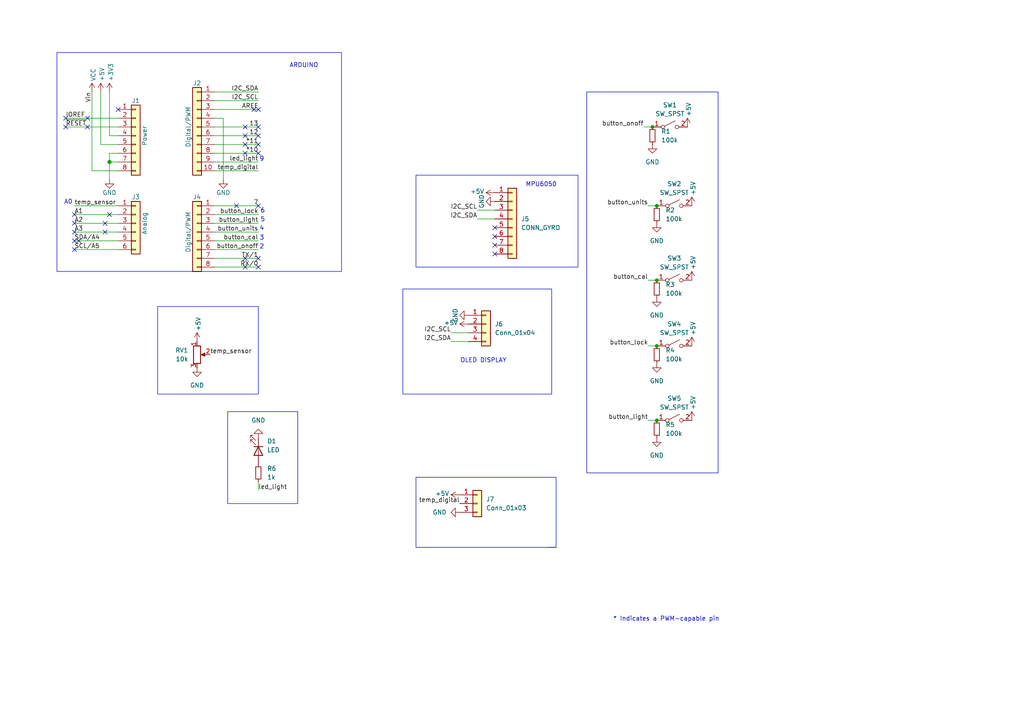
<source format=kicad_sch>
(kicad_sch (version 20231120) (generator "eeschema") (generator_version "8.0")
  (paper "A4")
  (title_block (title "Thermometer whatchamacallit") (date "2025-01-27") (rev "1.0") (company "ham :)"))
  (lib_symbols
    (symbol "Connector_Generic:Conn_01x03" (pin_names (offset 1.016) hide)
      (property "Reference" "J" (at 0 5.08 0))
      (property "Value" "Conn_01x03" (at 0 -5.08 0))
      (symbol "Conn_01x03_1_1"
        (rectangle (start -1.27 -2.413) (end 0 -2.667) (stroke (width 0.1524)))
        (rectangle (start -1.27 0.127) (end 0 -0.127) (stroke (width 0.1524)))
        (rectangle (start -1.27 2.667) (end 0 2.413) (stroke (width 0.1524)))
        (rectangle (start -1.27 3.81) (end 1.27 -3.81) (stroke (width 0.254)) (fill (type background)))
        (pin passive line (at -5.08 2.54 0) (length 3.81) (name "Pin_1") (number "1"))
        (pin passive line (at -5.08 0 0) (length 3.81) (name "Pin_2") (number "2"))
        (pin passive line (at -5.08 -2.54 0) (length 3.81) (name "Pin_3") (number "3"))
      )
    )
    (symbol "Connector_Generic:Conn_01x04" (pin_names (offset 1.016) hide)
      (property "Reference" "J" (at 0 5.08 0))
      (property "Value" "Conn_01x04" (at 0 -7.62 0))
      (symbol "Conn_01x04_1_1"
        (rectangle (start -1.27 -4.953) (end 0 -5.207) (stroke (width 0.1524)))
        (rectangle (start -1.27 -2.413) (end 0 -2.667) (stroke (width 0.1524)))
        (rectangle (start -1.27 0.127) (end 0 -0.127) (stroke (width 0.1524)))
        (rectangle (start -1.27 2.667) (end 0 2.413) (stroke (width 0.1524)))
        (rectangle (start -1.27 3.81) (end 1.27 -6.35) (stroke (width 0.254)) (fill (type background)))
        (pin passive line (at -5.08 2.54 0) (length 3.81) (name "Pin_1") (number "1"))
        (pin passive line (at -5.08 0 0) (length 3.81) (name "Pin_2") (number "2"))
        (pin passive line (at -5.08 -2.54 0) (length 3.81) (name "Pin_3") (number "3"))
        (pin passive line (at -5.08 -5.08 0) (length 3.81) (name "Pin_4") (number "4"))
      )
    )
    (symbol "Connector_Generic:Conn_01x06" (pin_names (offset 1.016) hide)
      (property "Reference" "J" (at 0 7.62 0))
      (property "Value" "Conn_01x06" (at 0 -10.16 0))
      (symbol "Conn_01x06_1_1"
        (rectangle (start -1.27 -7.493) (end 0 -7.747) (stroke (width 0.1524)))
        (rectangle (start -1.27 -4.953) (end 0 -5.207) (stroke (width 0.1524)))
        (rectangle (start -1.27 -2.413) (end 0 -2.667) (stroke (width 0.1524)))
        (rectangle (start -1.27 0.127) (end 0 -0.127) (stroke (width 0.1524)))
        (rectangle (start -1.27 2.667) (end 0 2.413) (stroke (width 0.1524)))
        (rectangle (start -1.27 5.207) (end 0 4.953) (stroke (width 0.1524)))
        (rectangle (start -1.27 6.35) (end 1.27 -8.89) (stroke (width 0.254)) (fill (type background)))
        (pin passive line (at -5.08 5.08 0) (length 3.81) (name "Pin_1") (number "1"))
        (pin passive line (at -5.08 2.54 0) (length 3.81) (name "Pin_2") (number "2"))
        (pin passive line (at -5.08 0 0) (length 3.81) (name "Pin_3") (number "3"))
        (pin passive line (at -5.08 -2.54 0) (length 3.81) (name "Pin_4") (number "4"))
        (pin passive line (at -5.08 -5.08 0) (length 3.81) (name "Pin_5") (number "5"))
        (pin passive line (at -5.08 -7.62 0) (length 3.81) (name "Pin_6") (number "6"))
      )
    )
    (symbol "Connector_Generic:Conn_01x08" (pin_names (offset 1.016) hide)
      (property "Reference" "J" (at 0 10.16 0))
      (property "Value" "Conn_01x08" (at 0 -12.7 0))
      (symbol "Conn_01x08_1_1"
        (rectangle (start -1.27 -10.033) (end 0 -10.287) (stroke (width 0.1524)))
        (rectangle (start -1.27 -7.493) (end 0 -7.747) (stroke (width 0.1524)))
        (rectangle (start -1.27 -4.953) (end 0 -5.207) (stroke (width 0.1524)))
        (rectangle (start -1.27 -2.413) (end 0 -2.667) (stroke (width 0.1524)))
        (rectangle (start -1.27 0.127) (end 0 -0.127) (stroke (width 0.1524)))
        (rectangle (start -1.27 2.667) (end 0 2.413) (stroke (width 0.1524)))
        (rectangle (start -1.27 5.207) (end 0 4.953) (stroke (width 0.1524)))
        (rectangle (start -1.27 7.747) (end 0 7.493) (stroke (width 0.1524)))
        (rectangle (start -1.27 8.89) (end 1.27 -11.43) (stroke (width 0.254)) (fill (type background)))
        (pin passive line (at -5.08 7.62 0) (length 3.81) (name "Pin_1") (number "1"))
        (pin passive line (at -5.08 5.08 0) (length 3.81) (name "Pin_2") (number "2"))
        (pin passive line (at -5.08 2.54 0) (length 3.81) (name "Pin_3") (number "3"))
        (pin passive line (at -5.08 0 0) (length 3.81) (name "Pin_4") (number "4"))
        (pin passive line (at -5.08 -2.54 0) (length 3.81) (name "Pin_5") (number "5"))
        (pin passive line (at -5.08 -5.08 0) (length 3.81) (name "Pin_6") (number "6"))
        (pin passive line (at -5.08 -7.62 0) (length 3.81) (name "Pin_7") (number "7"))
        (pin passive line (at -5.08 -10.16 0) (length 3.81) (name "Pin_8") (number "8"))
      )
    )
    (symbol "Connector_Generic:Conn_01x10" (pin_names (offset 1.016) hide)
      (property "Reference" "J" (at 0 12.7 0))
      (property "Value" "Conn_01x10" (at 0 -15.24 0))
      (symbol "Conn_01x10_1_1"
        (rectangle (start -1.27 -12.573) (end 0 -12.827) (stroke (width 0.1524)))
        (rectangle (start -1.27 -10.033) (end 0 -10.287) (stroke (width 0.1524)))
        (rectangle (start -1.27 -7.493) (end 0 -7.747) (stroke (width 0.1524)))
        (rectangle (start -1.27 -4.953) (end 0 -5.207) (stroke (width 0.1524)))
        (rectangle (start -1.27 -2.413) (end 0 -2.667) (stroke (width 0.1524)))
        (rectangle (start -1.27 0.127) (end 0 -0.127) (stroke (width 0.1524)))
        (rectangle (start -1.27 2.667) (end 0 2.413) (stroke (width 0.1524)))
        (rectangle (start -1.27 5.207) (end 0 4.953) (stroke (width 0.1524)))
        (rectangle (start -1.27 7.747) (end 0 7.493) (stroke (width 0.1524)))
        (rectangle (start -1.27 10.287) (end 0 10.033) (stroke (width 0.1524)))
        (rectangle (start -1.27 11.43) (end 1.27 -13.97) (stroke (width 0.254)) (fill (type background)))
        (pin passive line (at -5.08 10.16 0) (length 3.81) (name "Pin_1") (number "1"))
        (pin passive line (at -5.08 -12.7 0) (length 3.81) (name "Pin_10") (number "10"))
        (pin passive line (at -5.08 7.62 0) (length 3.81) (name "Pin_2") (number "2"))
        (pin passive line (at -5.08 5.08 0) (length 3.81) (name "Pin_3") (number "3"))
        (pin passive line (at -5.08 2.54 0) (length 3.81) (name "Pin_4") (number "4"))
        (pin passive line (at -5.08 0 0) (length 3.81) (name "Pin_5") (number "5"))
        (pin passive line (at -5.08 -2.54 0) (length 3.81) (name "Pin_6") (number "6"))
        (pin passive line (at -5.08 -5.08 0) (length 3.81) (name "Pin_7") (number "7"))
        (pin passive line (at -5.08 -7.62 0) (length 3.81) (name "Pin_8") (number "8"))
        (pin passive line (at -5.08 -10.16 0) (length 3.81) (name "Pin_9") (number "9"))
      )
    )
    (symbol "Device:LED" (pin_numbers hide) (pin_names (offset 1.016) hide)
      (property "Reference" "D" (at 0 2.54 0))
      (property "Value" "LED" (at 0 -2.54 0))
      (symbol "LED_0_1"
        (polyline (pts (xy -1.27 -1.27) (xy -1.27 1.27)) (stroke (width 0.254)))
        (polyline (pts (xy -1.27 0) (xy 1.27 0)))
        (polyline (pts (xy 1.27 -1.27) (xy 1.27 1.27) (xy -1.27 0) (xy 1.27 -1.27)) (stroke (width 0.254)))
        (polyline (pts (xy -3.048 -0.762) (xy -4.572 -2.286) (xy -3.81 -2.286) (xy -4.572 -2.286) (xy -4.572 -1.524)))
        (polyline (pts (xy -1.778 -0.762) (xy -3.302 -2.286) (xy -2.54 -2.286) (xy -3.302 -2.286) (xy -3.302 -1.524)))
      )
      (symbol "LED_1_1"
        (pin passive line (at -3.81 0 0) (length 2.54) (name "K") (number "1"))
        (pin passive line (at 3.81 0 180) (length 2.54) (name "A") (number "2"))
      )
    )
    (symbol "Device:R_Potentiometer" (pin_names (offset 1.016) hide)
      (property "Reference" "RV" (at -4.445 0 90))
      (property "Value" "R_Potentiometer" (at -2.54 0 90))
      (symbol "R_Potentiometer_0_1"
        (polyline (pts (xy 2.54 0) (xy 1.524 0)))
        (polyline (pts (xy 1.143 0) (xy 2.286 0.508) (xy 2.286 -0.508) (xy 1.143 0)) (fill (type outline)))
        (rectangle (start 1.016 2.54) (end -1.016 -2.54) (stroke (width 0.254)))
      )
      (symbol "R_Potentiometer_1_1"
        (pin passive line (at 0 3.81 270) (length 1.27) (name "1") (number "1"))
        (pin passive line (at 3.81 0 180) (length 1.27) (name "2") (number "2"))
        (pin passive line (at 0 -3.81 90) (length 1.27) (name "3") (number "3"))
      )
    )
    (symbol "Device:R_Small" (pin_numbers hide) (pin_names (offset 0.254) hide)
      (property "Reference" "R" (at 0.762 0.508 0))
      (property "Value" "R_Small" (at 0.762 -1.016 0))
      (symbol "R_Small_0_1"
        (rectangle (start -0.762 1.778) (end 0.762 -1.778) (stroke (width 0.2032)))
      )
      (symbol "R_Small_1_1"
        (pin passive line (at 0 2.54 270) (length 0.762) (name "~") (number "1"))
        (pin passive line (at 0 -2.54 90) (length 0.762) (name "~") (number "2"))
      )
    )
    (symbol "GND_1" (power) (pin_numbers hide) (pin_names (offset 0) hide)
      (property "Value" "GND" (at 0 -3.81 0))
      (symbol "GND_1_0_1"
        (polyline (pts (xy 0 0) (xy 0 -1.27) (xy 1.27 -1.27) (xy 0 -2.54) (xy -1.27 -1.27) (xy 0 -1.27)))
      )
      (symbol "GND_1_1_1"
        (pin power_in line (at 0 0 270) (length 0) (name "~") (number "1"))
      )
    )
    (symbol "GND_2" (power) (pin_numbers hide) (pin_names (offset 0) hide)
      (property "Value" "GND" (at 0 -3.81 0))
      (symbol "GND_2_0_1"
        (polyline (pts (xy 0 0) (xy 0 -1.27) (xy 1.27 -1.27) (xy 0 -2.54) (xy -1.27 -1.27) (xy 0 -1.27)))
      )
      (symbol "GND_2_1_1"
        (pin power_in line (at 0 0 270) (length 0) (name "~") (number "1"))
      )
    )
    (symbol "Switch:SW_SPST" (pin_names (offset 0) hide)
      (property "Reference" "SW" (at 0 3.175 0))
      (property "Value" "SW_SPST" (at 0 -2.54 0))
      (symbol "SW_SPST_0_0"
        (circle (center -2.032 0) (radius 0.508))
        (polyline (pts (xy -1.524 0.254) (xy 1.524 1.778)))
        (circle (center 2.032 0) (radius 0.508))
      )
      (symbol "SW_SPST_1_1"
        (pin passive line (at -5.08 0 0) (length 2.54) (name "A") (number "1"))
        (pin passive line (at 5.08 0 180) (length 2.54) (name "B") (number "2"))
      )
    )
    (symbol "power:+3V3" (power) (pin_names (offset 0))
      (property "Value" "+3V3" (at 0 3.556 0))
      (symbol "+3V3_0_1"
        (polyline (pts (xy -0.762 1.27) (xy 0 2.54)))
        (polyline (pts (xy 0 0) (xy 0 2.54)))
        (polyline (pts (xy 0 2.54) (xy 0.762 1.27)))
      )
      (symbol "+3V3_1_1"
        (pin power_in line (at 0 0 90) (length 0) hide (name "+3V3") (number "1"))
      )
    )
    (symbol "power:+5V" (power) (pin_names (offset 0))
      (property "Value" "+5V" (at 0 3.556 0))
      (symbol "+5V_0_1"
        (polyline (pts (xy -0.762 1.27) (xy 0 2.54)))
        (polyline (pts (xy 0 0) (xy 0 2.54)))
        (polyline (pts (xy 0 2.54) (xy 0.762 1.27)))
      )
      (symbol "+5V_1_1"
        (pin power_in line (at 0 0 90) (length 0) hide (name "+5V") (number "1"))
      )
    )
    (symbol "power:GND" (power) (pin_names (offset 0))
      (property "Value" "GND" (at 0 -3.81 0))
      (symbol "GND_0_1"
        (polyline (pts (xy 0 0) (xy 0 -1.27) (xy 1.27 -1.27) (xy 0 -2.54) (xy -1.27 -1.27) (xy 0 -1.27)))
      )
      (symbol "GND_1_1"
        (pin power_in line (at 0 0 270) (length 0) hide (name "GND") (number "1"))
      )
    )
    (symbol "power:VCC" (power) (pin_names (offset 0))
      (property "Value" "VCC" (at 0 3.81 0))
      (symbol "VCC_0_1"
        (polyline (pts (xy -0.762 1.27) (xy 0 2.54)))
        (polyline (pts (xy 0 0) (xy 0 2.54)))
        (polyline (pts (xy 0 2.54) (xy 0.762 1.27)))
      )
      (symbol "VCC_1_1"
        (pin power_in line (at 0 0 90) (length 0) hide (name "VCC") (number "1"))
      )
    )
  )
  (junction (at 31.75 46.99) (diameter 1.016))
  (junction (at 190.5 121.92))
  (junction (at 190.5 81.28))
  (junction (at 190.5 59.69))
  (junction (at 189.23 36.83))
  (junction (at 190.5 100.33))
  (no_connect (at 74.93 41.91))
  (no_connect (at 21.59 62.23))
  (no_connect (at 71.12 36.83))
  (no_connect (at 74.93 36.83))
  (no_connect (at 19.05 36.83))
  (no_connect (at 74.93 77.47))
  (no_connect (at 31.75 62.23))
  (no_connect (at 21.59 69.85))
  (no_connect (at 30.48 67.31))
  (no_connect (at 74.93 39.37))
  (no_connect (at 143.51 66.04))
  (no_connect (at 74.93 59.69))
  (no_connect (at 71.12 77.47))
  (no_connect (at 73.66 31.75))
  (no_connect (at 30.48 64.77))
  (no_connect (at 21.59 67.31))
  (no_connect (at 71.12 39.37))
  (no_connect (at 68.58 59.69))
  (no_connect (at 19.05 34.29))
  (no_connect (at 74.93 44.45))
  (no_connect (at 71.12 44.45))
  (no_connect (at 25.4 34.29))
  (no_connect (at 25.4 36.83))
  (no_connect (at 74.93 74.93))
  (no_connect (at 74.93 31.75))
  (no_connect (at 34.29 31.75))
  (no_connect (at 71.12 41.91))
  (no_connect (at 21.59 64.77))
  (no_connect (at 71.12 74.93))
  (no_connect (at 21.59 72.39))
  (no_connect (at 143.51 68.58))
  (no_connect (at 143.51 73.66))
  (no_connect (at 22.86 69.85))
  (no_connect (at 143.51 71.12))
  (wire (pts (xy 62.23 77.47) (xy 74.93 77.47)))
  (wire (pts (xy 62.23 44.45) (xy 74.93 44.45)))
  (wire (pts (xy 62.23 26.67) (xy 74.93 26.67)))
  (wire (pts (xy 31.75 44.45) (xy 31.75 46.99)))
  (wire (pts (xy 187.96 59.69) (xy 190.5 59.69)))
  (wire (pts (xy 21.59 72.39) (xy 34.29 72.39)))
  (wire (pts (xy 187.96 121.92) (xy 190.5 121.92)))
  (wire (pts (xy 31.75 46.99) (xy 31.75 52.07)))
  (wire (pts (xy 130.81 99.06) (xy 135.89 99.06)))
  (wire (pts (xy 31.75 39.37) (xy 34.29 39.37)))
  (wire (pts (xy 29.21 41.91) (xy 34.29 41.91)))
  (wire (pts (xy 29.21 26.67) (xy 29.21 41.91)))
  (wire (pts (xy 62.23 36.83) (xy 74.93 36.83)))
  (wire (pts (xy 187.96 81.28) (xy 190.5 81.28)))
  (wire (pts (xy 31.75 26.67) (xy 31.75 39.37)))
  (wire (pts (xy 62.23 59.69) (xy 74.93 59.69)))
  (wire (pts (xy 34.29 59.69) (xy 21.59 59.69)))
  (wire (pts (xy 62.23 39.37) (xy 74.93 39.37)))
  (wire (pts (xy 62.23 62.23) (xy 74.93 62.23)))
  (wire (pts (xy 138.43 63.5) (xy 143.51 63.5)))
  (wire (pts (xy 186.69 36.83) (xy 189.23 36.83)))
  (wire (pts (xy 130.81 96.52) (xy 135.89 96.52)))
  (wire (pts (xy 62.23 46.99) (xy 74.93 46.99)))
  (wire (pts (xy 62.23 67.31) (xy 74.93 67.31)))
  (wire (pts (xy 138.43 60.96) (xy 143.51 60.96)))
  (wire (pts (xy 19.05 34.29) (xy 34.29 34.29)))
  (wire (pts (xy 64.77 34.29) (xy 64.77 52.07)))
  (wire (pts (xy 62.23 31.75) (xy 74.93 31.75)))
  (wire (pts (xy 34.29 64.77) (xy 21.59 64.77)))
  (wire (pts (xy 19.05 36.83) (xy 34.29 36.83)))
  (wire (pts (xy 34.29 46.99) (xy 31.75 46.99)))
  (wire (pts (xy 74.93 139.7) (xy 74.93 142.24)))
  (wire (pts (xy 34.29 49.53) (xy 26.67 49.53)))
  (wire (pts (xy 21.59 62.23) (xy 34.29 62.23)))
  (wire (pts (xy 62.23 34.29) (xy 64.77 34.29)))
  (wire (pts (xy 34.29 44.45) (xy 31.75 44.45)))
  (wire (pts (xy 187.96 100.33) (xy 190.5 100.33)))
  (wire (pts (xy 62.23 41.91) (xy 74.93 41.91)))
  (wire (pts (xy 62.23 64.77) (xy 74.93 64.77)))
  (wire (pts (xy 21.59 67.31) (xy 34.29 67.31)))
  (wire (pts (xy 62.23 29.21) (xy 74.93 29.21)))
  (wire (pts (xy 62.23 72.39) (xy 74.93 72.39)))
  (wire (pts (xy 62.23 69.85) (xy 74.93 69.85)))
  (wire (pts (xy 62.23 74.93) (xy 74.93 74.93)))
  (wire (pts (xy 26.67 49.53) (xy 26.67 26.67)))
  (wire (pts (xy 34.29 69.85) (xy 21.59 69.85)))
  (wire (pts (xy 62.23 49.53) (xy 74.93 49.53)))
  (rectangle (start 45.72 88.9) (end 74.93 114.3))
  (rectangle (start 66.04 119.38) (end 86.36 146.05))
  (rectangle (start 16.51 15.24) (end 99.06 78.74))
  (rectangle (start 170.18 26.67) (end 208.28 137.16))
  (rectangle (start 158.75 158.75) (end 161.29 158.75))
  (rectangle (start 160.02 97.79) (end 160.02 97.79))
  (rectangle (start 116.84 83.82) (end 160.02 114.3))
  (rectangle (start 160.02 97.79) (end 160.02 97.79))
  (rectangle (start 120.65 138.43) (end 161.29 158.75))
  (rectangle (start 120.65 50.8) (end 167.64 77.47))
  (text "6" (at 76.2 61.214 0) (effects (font (size 1.27 1.27))))
  (text "9\n" (at 75.946 46.228 0) (effects (font (size 1.27 1.27))))
  (text "OLED DISPLAY\n\n" (at 140.208 105.664 0) (effects (font (size 1.27 1.27))))
  (text "4" (at 75.946 66.294 0) (effects (font (size 1.27 1.27))))
  (text "ARDUINO\n\n" (at 88.138 20.066 0) (effects (font (size 1.27 1.27))))
  (text "3\n" (at 75.946 69.088 0) (effects (font (size 1.27 1.27))))
  (text "MPU6050\n" (at 156.972 53.594 0) (effects (font (size 1.27 1.27))))
  (text "A0\n\n" (at 19.812 59.69 0) (effects (font (size 1.27 1.27))))
  (text "5" (at 76.2 63.754 0) (effects (font (size 1.27 1.27))))
  (text "* Indicates a PWM-capable pin" (at 177.8 180.34 0) (effects (font (size 1.27 1.27)) (justify left bottom)))
  (text "2\n" (at 75.946 71.628 0) (effects (font (size 1.27 1.27))))
  (label "RX{slash}0" (at 74.93 77.47 180))
  (label "A2" (at 21.59 64.77 0))
  (label "button_units" (at 74.93 67.31 180))
  (label "I2C_SDA" (at 130.81 99.06 180))
  (label "temp_digital" (at 133.35 146.05 180))
  (label "button_onoff" (at 74.93 72.39 180))
  (label "temp_sensor" (at 60.96 102.87 0))
  (label "A3" (at 21.59 67.31 0))
  (label "button_light" (at 187.96 121.92 180))
  (label "button_units" (at 187.96 59.69 180))
  (label "13" (at 74.93 36.83 180))
  (label "button_cal" (at 187.96 81.28 180))
  (label "12" (at 74.93 39.37 180))
  (label "I2C_SDA" (at 138.43 63.5 180))
  (label "~{RESET}" (at 19.05 36.83 0))
  (label "*10" (at 74.93 44.45 180))
  (label "I2C_SCL" (at 130.81 96.52 180))
  (label "button_lock" (at 187.96 100.33 180))
  (label "7" (at 74.93 59.69 180))
  (label "I2C_SCL" (at 74.93 29.21 180))
  (label "temp_digital" (at 74.93 49.53 180))
  (label "*11" (at 74.93 41.91 180))
  (label "I2C_SCL" (at 138.43 60.96 180))
  (label "button_lock" (at 74.93 62.23 180))
  (label "A1" (at 21.59 62.23 0))
  (label "TX{slash}1" (at 74.93 74.93 180))
  (label "temp_sensor" (at 21.59 59.69 0))
  (label "AREF" (at 74.93 31.75 180))
  (label "Vin" (at 26.67 26.67 270))
  (label "button_light" (at 74.93 64.77 180))
  (label "I2C_SDA" (at 74.93 26.67 180))
  (label "led_light" (at 74.93 46.99 180))
  (label "led_light" (at 74.93 142.24 0))
  (label "button_cal" (at 74.93 69.85 180))
  (label "IOREF" (at 19.05 34.29 0))
  (label "SDA{slash}A4" (at 21.59 69.85 0))
  (label "SCL{slash}A5" (at 21.59 72.39 0))
  (label "button_onoff" (at 186.69 36.83 180))
  (symbol (lib_id "Connector_Generic:Conn_01x08") (at 39.37 39.37 0) (unit 1)
    (property "Reference" "J1" (at 39.37 29.21 0))
    (property "Value" "Power" (at 41.91 39.37 90))
    (property "Footprint" "Connector_PinSocket_2.54mm:PinSocket_1x08_P2.54mm_Vertical" (effects (hide yes)))
  )
  (symbol (lib_id "power:+3V3") (at 31.75 26.67 0) (unit 1)
    (property "Reference" "#PWR03" (effects (hide yes)))
    (property "Value" "+3V3" (at 32.131 23.622 90) (effects (justify left)))
  )
  (symbol (lib_id "power:+5V") (at 29.21 26.67 0) (unit 1)
    (property "Reference" "#PWR02" (effects (hide yes)))
    (property "Value" "+5V" (at 29.5656 23.622 90) (effects (justify left)))
  )
  (symbol (lib_id "power:GND") (at 31.75 52.07 0) (unit 1)
    (property "Reference" "#PWR04" (effects (hide yes)))
    (property "Value" "GND" (at 31.75 55.88 0))
  )
  (symbol (lib_id "Connector_Generic:Conn_01x10") (at 57.15 36.83 0) (mirror y) (unit 1)
    (property "Reference" "J2" (at 57.15 24.13 0))
    (property "Value" "Digital/PWM" (at 54.61 36.83 90))
    (property "Footprint" "Connector_PinSocket_2.54mm:PinSocket_1x10_P2.54mm_Vertical" (effects (hide yes)))
  )
  (symbol (lib_id "power:GND") (at 64.77 52.07 0) (unit 1)
    (property "Reference" "#PWR05" (effects (hide yes)))
    (property "Value" "GND" (at 64.77 55.88 0))
  )
  (symbol (lib_id "Connector_Generic:Conn_01x06") (at 39.37 64.77 0) (unit 1)
    (property "Reference" "J3" (at 39.37 57.15 0))
    (property "Value" "Analog" (at 41.91 64.77 90))
    (property "Footprint" "Connector_PinSocket_2.54mm:PinSocket_1x06_P2.54mm_Vertical" (effects (hide yes)))
  )
  (symbol (lib_id "Connector_Generic:Conn_01x08") (at 57.15 67.31 0) (mirror y) (unit 1)
    (property "Reference" "J4" (at 57.15 57.15 0))
    (property "Value" "Digital/PWM" (at 54.61 67.31 90))
    (property "Footprint" "Connector_PinSocket_2.54mm:PinSocket_1x08_P2.54mm_Vertical" (effects (hide yes)))
  )
  (symbol (lib_id "power:+5V") (at 200.66 100.33 0) (unit 1)
    (property "Reference" "#PWR017" (effects (hide yes)))
    (property "Value" "+5V" (at 201.0156 97.282 90) (effects (justify left)))
  )
  (symbol (lib_id "power:+5V") (at 135.89 93.98 90) (unit 1)
    (property "Reference" "#PWR09" (effects (hide yes)))
    (property "Value" "+5V" (at 132.842 93.6244 90) (effects (justify left)))
  )
  (symbol (lib_id "Switch:SW_SPST") (at 195.58 81.28 0) (unit 1)
    (property "Reference" "SW3" (at 195.58 74.93 0))
    (property "Value" "SW_SPST" (at 195.58 77.47 0))
    (property "Footprint" "Button_Switch_THT:SW_PUSH_6mm" (effects (hide yes)))
    (property "Description" "Single Pole Single Throw (SPST) switch" (effects (hide yes)))
  )
  (symbol (lib_id "Device:R_Small") (at 190.5 124.46 0) (unit 1)
    (property "Reference" "R5" (at 193.04 123.1899 0) (effects (justify left)))
    (property "Value" "100k" (at 193.04 125.7299 0) (effects (justify left)))
    (property "Footprint" "Resistor_THT:R_Axial_DIN0207_L6.3mm_D2.5mm_P10.16mm_Horizontal" (effects (hide yes)))
    (property "Description" "Resistor, small symbol" (effects (hide yes)))
  )
  (symbol (lib_id "Device:LED") (at 74.93 130.81 270) (unit 1)
    (property "Reference" "D1" (at 77.47 127.9524 90) (effects (justify left)))
    (property "Value" "LED" (at 77.47 130.4924 90) (effects (justify left)))
    (property "Footprint" "LED_THT:LED_D5.0mm" (effects (hide yes)))
    (property "Description" "Light emitting diode" (effects (hide yes)))
  )
  (symbol (lib_id "Device:R_Small") (at 190.5 62.23 0) (unit 1)
    (property "Reference" "R2" (at 193.04 60.9599 0) (effects (justify left)))
    (property "Value" "100k" (at 193.04 63.4999 0) (effects (justify left)))
    (property "Footprint" "Resistor_THT:R_Axial_DIN0207_L6.3mm_D2.5mm_P10.16mm_Horizontal" (effects (hide yes)))
    (property "Description" "Resistor, small symbol" (effects (hide yes)))
  )
  (symbol (lib_name "GND_2") (lib_id "power:GND") (at 57.15 106.68 0) (unit 1)
    (property "Reference" "#PWR021" (effects (hide yes)))
    (property "Value" "GND" (at 57.15 111.76 0))
    (property "Description" "Power symbol creates a global label with name \"GND\" , ground" (effects (hide yes)))
  )
  (symbol (lib_id "Device:R_Small") (at 74.93 137.16 0) (unit 1)
    (property "Reference" "R6" (at 77.47 135.8899 0) (effects (justify left)))
    (property "Value" "1k" (at 77.47 138.4299 0) (effects (justify left)))
    (property "Footprint" "Resistor_THT:R_Axial_DIN0207_L6.3mm_D2.5mm_P10.16mm_Horizontal" (effects (hide yes)))
    (property "Description" "Resistor, small symbol" (effects (hide yes)))
  )
  (symbol (lib_name "GND_2") (lib_id "power:GND") (at 74.93 127 180) (unit 1)
    (property "Reference" "#PWR020" (effects (hide yes)))
    (property "Value" "GND" (at 74.93 121.92 0))
    (property "Description" "Power symbol creates a global label with name \"GND\" , ground" (effects (hide yes)))
  )
  (symbol (lib_name "GND_1") (lib_id "power:GND") (at 190.5 105.41 0) (unit 1)
    (property "Reference" "#PWR016" (effects (hide yes)))
    (property "Value" "GND" (at 190.5 110.49 0))
    (property "Description" "Power symbol creates a global label with name \"GND\" , ground" (effects (hide yes)))
  )
  (symbol (lib_id "Switch:SW_SPST") (at 194.31 36.83 0) (unit 1)
    (property "Reference" "SW1" (at 194.31 30.48 0))
    (property "Value" "SW_SPST" (at 194.31 33.02 0))
    (property "Footprint" "Button_Switch_THT:SW_PUSH_6mm" (effects (hide yes)))
    (property "Description" "Single Pole Single Throw (SPST) switch" (effects (hide yes)))
  )
  (symbol (lib_id "power:+5V") (at 133.35 143.51 90) (unit 1)
    (property "Reference" "#PWR023" (effects (hide yes)))
    (property "Value" "+5V" (at 130.302 143.1544 90) (effects (justify left)))
  )
  (symbol (lib_name "GND_1") (lib_id "power:GND") (at 190.5 86.36 0) (unit 1)
    (property "Reference" "#PWR014" (effects (hide yes)))
    (property "Value" "GND" (at 190.5 91.44 0))
    (property "Description" "Power symbol creates a global label with name \"GND\" , ground" (effects (hide yes)))
  )
  (symbol (lib_id "power:+5V") (at 143.51 55.88 90) (unit 1)
    (property "Reference" "#PWR07" (effects (hide yes)))
    (property "Value" "+5V" (at 140.462 55.5244 90) (effects (justify left)))
  )
  (symbol (lib_id "Switch:SW_SPST") (at 195.58 59.69 0) (unit 1)
    (property "Reference" "SW2" (at 195.58 53.34 0))
    (property "Value" "SW_SPST" (at 195.58 55.88 0))
    (property "Footprint" "Button_Switch_THT:SW_PUSH_6mm" (effects (hide yes)))
    (property "Description" "Single Pole Single Throw (SPST) switch" (effects (hide yes)))
  )
  (symbol (lib_id "power:VCC") (at 26.67 26.67 0) (unit 1)
    (property "Reference" "#PWR01" (effects (hide yes)))
    (property "Value" "VCC" (at 27.051 23.622 90) (effects (justify left)))
  )
  (symbol (lib_name "GND_2") (lib_id "power:GND") (at 133.35 148.59 270) (unit 1)
    (property "Reference" "#PWR024" (effects (hide yes)))
    (property "Value" "GND" (at 129.54 148.5899 90) (effects (justify right)))
    (property "Description" "Power symbol creates a global label with name \"GND\" , ground" (effects (hide yes)))
  )
  (symbol (lib_id "power:+5V") (at 199.39 36.83 0) (unit 1)
    (property "Reference" "#PWR011" (effects (hide yes)))
    (property "Value" "+5V" (at 199.7456 33.782 90) (effects (justify left)))
  )
  (symbol (lib_id "Connector_Generic:Conn_01x03") (at 138.43 146.05 0) (unit 1)
    (property "Reference" "J7" (at 140.97 144.7799 0) (effects (justify left)))
    (property "Value" "Conn_01x03" (at 140.97 147.3199 0) (effects (justify left)))
    (property "Footprint" "Connector_JST:JST_XH_B3B-XH-A_1x03_P2.50mm_Vertical" (effects (hide yes)))
    (property "Description" "Generic connector, single row, 01x03, script generated (kicad-library-utils/schlib/autogen/connector/)" (effects (hide yes)))
  )
  (symbol (lib_name "GND_1") (lib_id "power:GND") (at 189.23 41.91 0) (unit 1)
    (property "Reference" "#PWR010" (effects (hide yes)))
    (property "Value" "GND" (at 189.23 46.99 0))
    (property "Description" "Power symbol creates a global label with name \"GND\" , ground" (effects (hide yes)))
  )
  (symbol (lib_id "power:GND") (at 135.89 91.44 270) (unit 1)
    (property "Reference" "#PWR08" (effects (hide yes)))
    (property "Value" "GND" (at 132.08 91.44 0))
  )
  (symbol (lib_id "power:+5V") (at 200.66 59.69 0) (unit 1)
    (property "Reference" "#PWR013" (effects (hide yes)))
    (property "Value" "+5V" (at 201.0156 56.642 90) (effects (justify left)))
  )
  (symbol (lib_id "Device:R_Small") (at 189.23 39.37 0) (unit 1)
    (property "Reference" "R1" (at 191.77 38.0999 0) (effects (justify left)))
    (property "Value" "100k" (at 191.77 40.6399 0) (effects (justify left)))
    (property "Footprint" "Resistor_THT:R_Axial_DIN0207_L6.3mm_D2.5mm_P10.16mm_Horizontal" (effects (hide yes)))
    (property "Description" "Resistor, small symbol" (effects (hide yes)))
  )
  (symbol (lib_id "power:+5V") (at 57.15 99.06 0) (unit 1)
    (property "Reference" "#PWR022" (effects (hide yes)))
    (property "Value" "+5V" (at 57.5056 96.012 90) (effects (justify left)))
  )
  (symbol (lib_id "Device:R_Potentiometer") (at 57.15 102.87 0) (unit 1)
    (property "Reference" "RV1" (at 54.61 101.5999 0) (effects (justify right)))
    (property "Value" "10k" (at 54.61 104.1399 0) (effects (justify right)))
    (property "Footprint" "Potentiometer_THT:Potentiometer_Bourns_3386P_Vertical" (effects (hide yes)))
    (property "Description" "Potentiometer" (effects (hide yes)))
  )
  (symbol (lib_id "power:GND") (at 143.51 58.42 270) (unit 1)
    (property "Reference" "#PWR06" (effects (hide yes)))
    (property "Value" "GND" (at 139.7 58.42 0))
  )
  (symbol (lib_id "Switch:SW_SPST") (at 195.58 100.33 0) (unit 1)
    (property "Reference" "SW4" (at 195.58 93.98 0))
    (property "Value" "SW_SPST" (at 195.58 96.52 0))
    (property "Footprint" "Button_Switch_THT:SW_PUSH_6mm" (effects (hide yes)))
    (property "Description" "Single Pole Single Throw (SPST) switch" (effects (hide yes)))
  )
  (symbol (lib_name "GND_1") (lib_id "power:GND") (at 190.5 127 0) (unit 1)
    (property "Reference" "#PWR018" (effects (hide yes)))
    (property "Value" "GND" (at 190.5 132.08 0))
    (property "Description" "Power symbol creates a global label with name \"GND\" , ground" (effects (hide yes)))
  )
  (symbol (lib_id "Connector_Generic:Conn_01x04") (at 140.97 93.98 0) (unit 1)
    (property "Reference" "J6" (at 143.51 93.9799 0) (effects (justify left)))
    (property "Value" "Conn_01x04" (at 143.51 96.5199 0) (effects (justify left)))
    (property "Footprint" "Connector_PinSocket_2.54mm:PinSocket_1x04_P2.54mm_Vertical" (effects (hide yes)))
    (property "Description" "Generic connector, single row, 01x04, script generated (kicad-library-utils/schlib/autogen/connector/)" (effects (hide yes)))
  )
  (symbol (lib_id "power:+5V") (at 200.66 81.28 0) (unit 1)
    (property "Reference" "#PWR015" (effects (hide yes)))
    (property "Value" "+5V" (at 201.0156 78.232 90) (effects (justify left)))
  )
  (symbol (lib_id "Switch:SW_SPST") (at 195.58 121.92 0) (unit 1)
    (property "Reference" "SW5" (at 195.58 115.57 0))
    (property "Value" "SW_SPST" (at 195.58 118.11 0))
    (property "Footprint" "Button_Switch_THT:SW_PUSH_6mm" (effects (hide yes)))
    (property "Description" "Single Pole Single Throw (SPST) switch" (effects (hide yes)))
  )
  (symbol (lib_id "power:+5V") (at 200.66 121.92 0) (unit 1)
    (property "Reference" "#PWR019" (effects (hide yes)))
    (property "Value" "+5V" (at 201.0156 118.872 90) (effects (justify left)))
  )
  (symbol (lib_id "Device:R_Small") (at 190.5 83.82 0) (unit 1)
    (property "Reference" "R3" (at 193.04 82.5499 0) (effects (justify left)))
    (property "Value" "100k" (at 193.04 85.0899 0) (effects (justify left)))
    (property "Footprint" "Resistor_THT:R_Axial_DIN0207_L6.3mm_D2.5mm_P10.16mm_Horizontal" (effects (hide yes)))
    (property "Description" "Resistor, small symbol" (effects (hide yes)))
  )
  (symbol (lib_id "Device:R_Small") (at 190.5 102.87 0) (unit 1)
    (property "Reference" "R4" (at 193.04 101.5999 0) (effects (justify left)))
    (property "Value" "100k" (at 193.04 104.1399 0) (effects (justify left)))
    (property "Footprint" "Resistor_THT:R_Axial_DIN0207_L6.3mm_D2.5mm_P10.16mm_Horizontal" (effects (hide yes)))
    (property "Description" "Resistor, small symbol" (effects (hide yes)))
  )
  (symbol (lib_name "GND_1") (lib_id "power:GND") (at 190.5 64.77 0) (unit 1)
    (property "Reference" "#PWR012" (effects (hide yes)))
    (property "Value" "GND" (at 190.5 69.85 0))
    (property "Description" "Power symbol creates a global label with name \"GND\" , ground" (effects (hide yes)))
  )
  (symbol (lib_id "Connector_Generic:Conn_01x08") (at 148.59 63.5 0) (unit 1)
    (property "Reference" "J5" (at 151.13 63.4999 0) (effects (justify left)))
    (property "Value" "CONN_GYRO" (at 151.13 66.0399 0) (effects (justify left)))
    (property "Footprint" "Connector_PinSocket_2.54mm:PinSocket_1x08_P2.54mm_Vertical" (effects (hide yes)))
    (property "Description" "Generic connector, single row, 01x08, script generated (kicad-library-utils/schlib/autogen/connector/)" (effects (hide yes)))
  )
)
</source>
